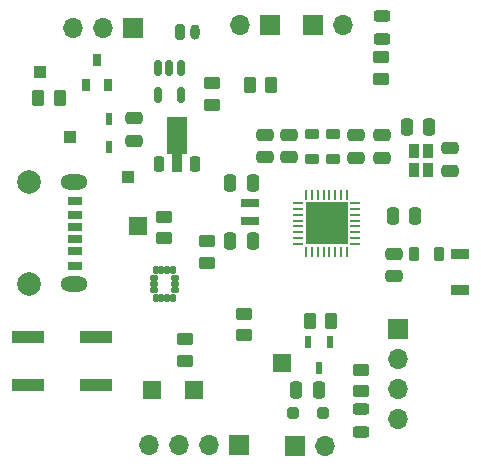
<source format=gbr>
%TF.GenerationSoftware,KiCad,Pcbnew,8.0.3*%
%TF.CreationDate,2025-04-01T13:45:42-05:00*%
%TF.ProjectId,wearable_v2_nrf,77656172-6162-46c6-955f-76325f6e7266,rev?*%
%TF.SameCoordinates,Original*%
%TF.FileFunction,Soldermask,Top*%
%TF.FilePolarity,Negative*%
%FSLAX46Y46*%
G04 Gerber Fmt 4.6, Leading zero omitted, Abs format (unit mm)*
G04 Created by KiCad (PCBNEW 8.0.3) date 2025-04-01 13:45:42*
%MOMM*%
%LPD*%
G01*
G04 APERTURE LIST*
G04 Aperture macros list*
%AMRoundRect*
0 Rectangle with rounded corners*
0 $1 Rounding radius*
0 $2 $3 $4 $5 $6 $7 $8 $9 X,Y pos of 4 corners*
0 Add a 4 corners polygon primitive as box body*
4,1,4,$2,$3,$4,$5,$6,$7,$8,$9,$2,$3,0*
0 Add four circle primitives for the rounded corners*
1,1,$1+$1,$2,$3*
1,1,$1+$1,$4,$5*
1,1,$1+$1,$6,$7*
1,1,$1+$1,$8,$9*
0 Add four rect primitives between the rounded corners*
20,1,$1+$1,$2,$3,$4,$5,0*
20,1,$1+$1,$4,$5,$6,$7,0*
20,1,$1+$1,$6,$7,$8,$9,0*
20,1,$1+$1,$8,$9,$2,$3,0*%
%AMFreePoly0*
4,1,9,3.862500,-0.866500,0.737500,-0.866500,0.737500,-0.450000,-0.737500,-0.450000,-0.737500,0.450000,0.737500,0.450000,0.737500,0.866500,3.862500,0.866500,3.862500,-0.866500,3.862500,-0.866500,$1*%
G04 Aperture macros list end*
%ADD10RoundRect,0.250000X0.262500X0.450000X-0.262500X0.450000X-0.262500X-0.450000X0.262500X-0.450000X0*%
%ADD11R,1.700000X1.700000*%
%ADD12O,1.700000X1.700000*%
%ADD13R,1.500000X1.500000*%
%ADD14RoundRect,0.250000X0.450000X-0.262500X0.450000X0.262500X-0.450000X0.262500X-0.450000X-0.262500X0*%
%ADD15RoundRect,0.250000X-0.475000X0.250000X-0.475000X-0.250000X0.475000X-0.250000X0.475000X0.250000X0*%
%ADD16RoundRect,0.200000X-0.200000X-0.450000X0.200000X-0.450000X0.200000X0.450000X-0.200000X0.450000X0*%
%ADD17O,0.800000X1.300000*%
%ADD18RoundRect,0.250000X0.475000X-0.250000X0.475000X0.250000X-0.475000X0.250000X-0.475000X-0.250000X0*%
%ADD19R,2.750000X1.000000*%
%ADD20RoundRect,0.218750X0.381250X-0.218750X0.381250X0.218750X-0.381250X0.218750X-0.381250X-0.218750X0*%
%ADD21RoundRect,0.250000X-0.262500X-0.450000X0.262500X-0.450000X0.262500X0.450000X-0.262500X0.450000X0*%
%ADD22RoundRect,0.243750X0.456250X-0.243750X0.456250X0.243750X-0.456250X0.243750X-0.456250X-0.243750X0*%
%ADD23RoundRect,0.250000X-0.450000X0.262500X-0.450000X-0.262500X0.450000X-0.262500X0.450000X0.262500X0*%
%ADD24RoundRect,0.243750X-0.456250X0.243750X-0.456250X-0.243750X0.456250X-0.243750X0.456250X0.243750X0*%
%ADD25R,1.500000X0.800000*%
%ADD26RoundRect,0.218750X-0.381250X0.218750X-0.381250X-0.218750X0.381250X-0.218750X0.381250X0.218750X0*%
%ADD27RoundRect,0.250000X-0.250000X-0.475000X0.250000X-0.475000X0.250000X0.475000X-0.250000X0.475000X0*%
%ADD28R,0.600000X1.100000*%
%ADD29RoundRect,0.062500X-0.337500X-0.062500X0.337500X-0.062500X0.337500X0.062500X-0.337500X0.062500X0*%
%ADD30RoundRect,0.062500X-0.062500X-0.337500X0.062500X-0.337500X0.062500X0.337500X-0.062500X0.337500X0*%
%ADD31R,3.600000X3.600000*%
%ADD32RoundRect,0.150000X-0.150000X0.512500X-0.150000X-0.512500X0.150000X-0.512500X0.150000X0.512500X0*%
%ADD33R,0.850000X1.200000*%
%ADD34R,1.200000X0.700000*%
%ADD35R,1.200000X0.760000*%
%ADD36R,1.200000X0.800000*%
%ADD37C,2.010000*%
%ADD38O,2.304000X1.304000*%
%ADD39R,1.000000X1.000000*%
%ADD40RoundRect,0.225000X0.225000X-0.425000X0.225000X0.425000X-0.225000X0.425000X-0.225000X-0.425000X0*%
%ADD41FreePoly0,90.000000*%
%ADD42R,0.500000X1.075000*%
%ADD43RoundRect,0.250000X0.250000X0.475000X-0.250000X0.475000X-0.250000X-0.475000X0.250000X-0.475000X0*%
%ADD44RoundRect,0.102000X-0.125000X0.237500X-0.125000X-0.237500X0.125000X-0.237500X0.125000X0.237500X0*%
%ADD45RoundRect,0.102000X-0.237500X0.125000X-0.237500X-0.125000X0.237500X-0.125000X0.237500X0.125000X0*%
%ADD46R,0.650000X1.100000*%
%ADD47RoundRect,0.218750X-0.218750X-0.381250X0.218750X-0.381250X0.218750X0.381250X-0.218750X0.381250X0*%
%ADD48R,1.600200X0.863600*%
%ADD49RoundRect,0.250000X-0.250000X-0.250000X0.250000X-0.250000X0.250000X0.250000X-0.250000X0.250000X0*%
G04 APERTURE END LIST*
D10*
%TO.C,R16*%
X104837500Y-55825000D03*
X103012500Y-55825000D03*
%TD*%
D11*
%TO.C,SW2*%
X93115000Y-51050000D03*
D12*
X90575000Y-51050000D03*
X88035000Y-51050000D03*
%TD*%
D11*
%TO.C,J3*%
X102100000Y-86350000D03*
D12*
X99560000Y-86350000D03*
X97020000Y-86350000D03*
X94480000Y-86350000D03*
%TD*%
D13*
%TO.C,TP5*%
X94750000Y-81675000D03*
%TD*%
%TO.C,TP4*%
X98275000Y-81650000D03*
%TD*%
D12*
%TO.C,R5*%
X102185000Y-50800000D03*
D11*
X104725000Y-50800000D03*
%TD*%
%TO.C,J4*%
X108375000Y-50775000D03*
D12*
X110915000Y-50775000D03*
%TD*%
D14*
%TO.C,R15*%
X97550000Y-77362500D03*
X97550000Y-79187500D03*
%TD*%
%TO.C,R14*%
X95800000Y-68812500D03*
X95800000Y-66987500D03*
%TD*%
D15*
%TO.C,C13*%
X119981500Y-61194500D03*
X119981500Y-63094500D03*
%TD*%
D16*
%TO.C,BT1*%
X97100000Y-51375000D03*
D17*
X98350000Y-51375000D03*
%TD*%
D18*
%TO.C,C8*%
X112050000Y-62000000D03*
X112050000Y-60100000D03*
%TD*%
D19*
%TO.C,SW1*%
X84225000Y-77225000D03*
X89975000Y-77225000D03*
X84225000Y-81225000D03*
X89975000Y-81225000D03*
%TD*%
D20*
%TO.C,L2*%
X108300000Y-62112500D03*
X108300000Y-59987500D03*
%TD*%
D21*
%TO.C,R8*%
X108087500Y-75825000D03*
X109912500Y-75825000D03*
%TD*%
D18*
%TO.C,C9*%
X106350000Y-61950000D03*
X106350000Y-60050000D03*
%TD*%
D22*
%TO.C,D2*%
X112450000Y-85187500D03*
X112450000Y-83312500D03*
%TD*%
D23*
%TO.C,R6*%
X112475000Y-79950000D03*
X112475000Y-81775000D03*
%TD*%
D24*
%TO.C,D3*%
X114200000Y-51925000D03*
X114200000Y-50050000D03*
%TD*%
D23*
%TO.C,R1*%
X99375000Y-69075000D03*
X99375000Y-70900000D03*
%TD*%
D15*
%TO.C,C1*%
X93250000Y-58650000D03*
X93250000Y-60550000D03*
%TD*%
D25*
%TO.C,Y2*%
X103025000Y-65850000D03*
X103025000Y-67350000D03*
%TD*%
D11*
%TO.C,M1*%
X106825000Y-86400000D03*
D12*
X109365000Y-86400000D03*
%TD*%
D11*
%TO.C,J1*%
X115550000Y-76545000D03*
D12*
X115550000Y-79085000D03*
X115550000Y-81625000D03*
X115550000Y-84165000D03*
%TD*%
D13*
%TO.C,TP6*%
X93550000Y-67775000D03*
%TD*%
D26*
%TO.C,L3*%
X110100000Y-59987500D03*
X110100000Y-62112500D03*
%TD*%
D27*
%TO.C,C6*%
X101375000Y-69025000D03*
X103275000Y-69025000D03*
%TD*%
%TO.C,C7*%
X115150000Y-66975000D03*
X117050000Y-66975000D03*
%TD*%
D10*
%TO.C,R13*%
X86962500Y-56975000D03*
X85137500Y-56975000D03*
%TD*%
D28*
%TO.C,Q2*%
X109825000Y-77600000D03*
X107925000Y-77600000D03*
X108875000Y-79800000D03*
%TD*%
D29*
%TO.C,U1*%
X107075000Y-65825000D03*
X107075000Y-66325000D03*
X107075000Y-66825000D03*
X107075000Y-67325000D03*
X107075000Y-67825000D03*
X107075000Y-68325000D03*
X107075000Y-68825000D03*
X107075000Y-69325000D03*
D30*
X107775000Y-70025000D03*
X108275000Y-70025000D03*
X108775000Y-70025000D03*
X109275000Y-70025000D03*
X109775000Y-70025000D03*
X110275000Y-70025000D03*
X110775000Y-70025000D03*
X111275000Y-70025000D03*
D29*
X111975000Y-69325000D03*
X111975000Y-68825000D03*
X111975000Y-68325000D03*
X111975000Y-67825000D03*
X111975000Y-67325000D03*
X111975000Y-66825000D03*
X111975000Y-66325000D03*
X111975000Y-65825000D03*
D30*
X111275000Y-65125000D03*
X110775000Y-65125000D03*
X110275000Y-65125000D03*
X109775000Y-65125000D03*
X109275000Y-65125000D03*
X108775000Y-65125000D03*
X108275000Y-65125000D03*
X107775000Y-65125000D03*
D31*
X109525000Y-67575000D03*
%TD*%
D18*
%TO.C,C10*%
X114225000Y-62025000D03*
X114225000Y-60125000D03*
%TD*%
D32*
%TO.C,IC1*%
X97175000Y-56687500D03*
X95275000Y-56687500D03*
X95275000Y-54412500D03*
X96225000Y-54412500D03*
X97175000Y-54412500D03*
%TD*%
D33*
%TO.C,Y1*%
X116893500Y-61431500D03*
X116893500Y-63057500D03*
X118093500Y-63057500D03*
X118093500Y-61431500D03*
%TD*%
D14*
%TO.C,R7*%
X114150000Y-55300000D03*
X114150000Y-53475000D03*
%TD*%
D34*
%TO.C,J2*%
X88227500Y-67900000D03*
D35*
X88227500Y-69920000D03*
D36*
X88227500Y-71150000D03*
D34*
X88227500Y-68900000D03*
D35*
X88227500Y-66880000D03*
D36*
X88227500Y-65650000D03*
D37*
X84347500Y-64080000D03*
X84347500Y-72720000D03*
D38*
X88118500Y-64082000D03*
X88118500Y-72718000D03*
%TD*%
D39*
%TO.C,TP2*%
X85250000Y-54750000D03*
%TD*%
D40*
%TO.C,U4*%
X95350000Y-62525000D03*
D41*
X96850000Y-62437500D03*
D40*
X98350000Y-62525000D03*
%TD*%
D42*
%TO.C,D1*%
X91075000Y-61062000D03*
X91075000Y-58738000D03*
%TD*%
D43*
%TO.C,C12*%
X118206500Y-59419500D03*
X116306500Y-59419500D03*
%TD*%
D44*
%TO.C,U3*%
X96550000Y-71550000D03*
X96050000Y-71550000D03*
X95550000Y-71550000D03*
X95050000Y-71550000D03*
D45*
X94887500Y-72212500D03*
X94887500Y-72712500D03*
X94887500Y-73212500D03*
D44*
X95050000Y-73875000D03*
X95550000Y-73875000D03*
X96050000Y-73875000D03*
X96550000Y-73875000D03*
D45*
X96712500Y-73212500D03*
X96712500Y-72712500D03*
X96712500Y-72212500D03*
%TD*%
D46*
%TO.C,Q1*%
X89140000Y-55825000D03*
X91060000Y-55825000D03*
X90100000Y-53725000D03*
%TD*%
D39*
%TO.C,TP1*%
X87800000Y-60250000D03*
%TD*%
D14*
%TO.C,R10*%
X102525000Y-77050000D03*
X102525000Y-75225000D03*
%TD*%
D47*
%TO.C,L1*%
X116937500Y-70200000D03*
X119062500Y-70200000D03*
%TD*%
D14*
%TO.C,R9*%
X99825000Y-57537500D03*
X99825000Y-55712500D03*
%TD*%
D48*
%TO.C,U5*%
X120825000Y-70175000D03*
X120825000Y-73222602D03*
%TD*%
D49*
%TO.C,D4*%
X106700000Y-83625000D03*
X109200000Y-83625000D03*
%TD*%
D15*
%TO.C,C3*%
X115262500Y-70125000D03*
X115262500Y-72025000D03*
%TD*%
D27*
%TO.C,C11*%
X106975000Y-81675000D03*
X108875000Y-81675000D03*
%TD*%
%TO.C,C5*%
X101375000Y-64150000D03*
X103275000Y-64150000D03*
%TD*%
D13*
%TO.C,TP7*%
X105750000Y-79375000D03*
%TD*%
D39*
%TO.C,TP3*%
X92725000Y-63675000D03*
%TD*%
D18*
%TO.C,C4*%
X104300000Y-61950000D03*
X104300000Y-60050000D03*
%TD*%
M02*

</source>
